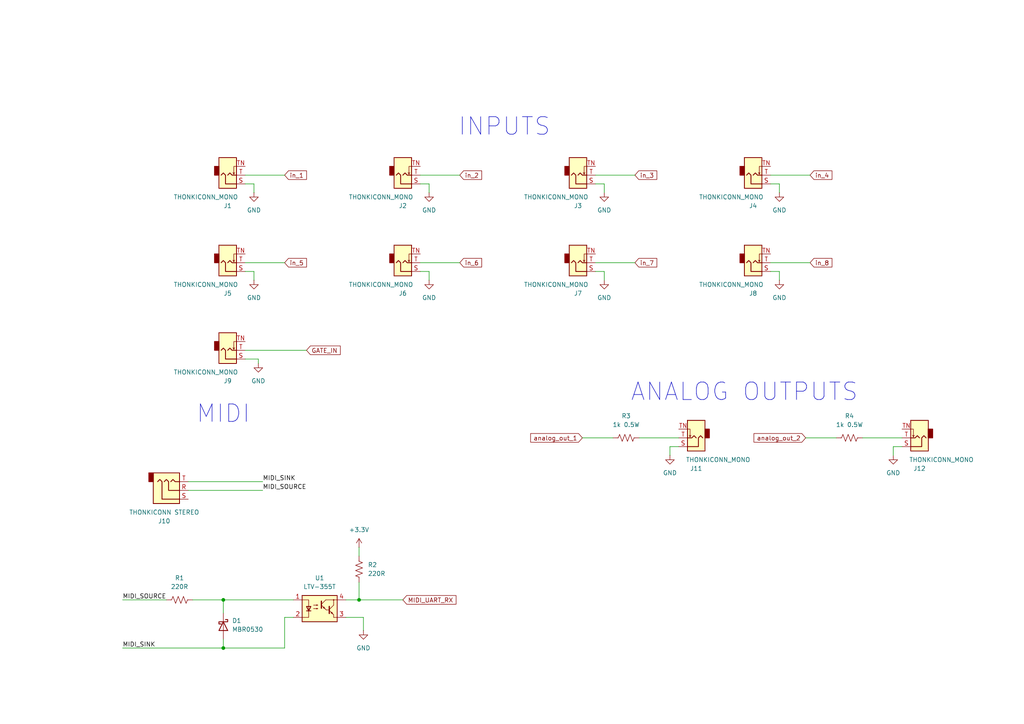
<source format=kicad_sch>
(kicad_sch (version 20250114) (generator "eeschema") (generator_version "9.0")
  (paper "A4")
  (title_block (title "200 Series Synthesis Platform") (date "2025-01-18") (rev "A0") (company "SVG Synthesis"))
  (lib_symbols
    (symbol "0_synthesis_ic:DIODE_MBR0530" (pin_numbers (hide yes)) (pin_names (offset 1.016) (hide yes))
      (property "Reference" "D" (at 0 2.54 0))
      (property "Value" "MBR0530" (at 0 -2.54 0))
      (symbol "DIODE_MBR0530_0_1"
        (polyline (pts (xy -1.905 0.635) (xy -1.905 1.27) (xy -1.27 1.27) (xy -1.27 -1.27) (xy -0.635 -1.27) (xy -0.635 -0.635)) (stroke (width 0.254)))
        (polyline (pts (xy 1.27 1.27) (xy 1.27 -1.27) (xy -1.27 0) (xy 1.27 1.27)) (stroke (width 0.254)))
        (polyline (pts (xy 1.27 0) (xy -1.27 0)))
      )
      (symbol "DIODE_MBR0530_1_1"
        (pin passive line (at -3.81 0 0) (length 2.54) (name "K") (number "1"))
        (pin passive line (at 3.81 0 180) (length 2.54) (name "A") (number "2"))
      )
    )
    (symbol "0_synthesis_ic:OPTOCOUPLER_LTV-355T" (pin_names (offset 1.016))
      (property "Reference" "U" (at -5.334 4.826 0))
      (property "Value" "LTV-355T" (at 0 5.08 0))
      (symbol "OPTOCOUPLER_LTV-355T_0_1"
        (rectangle (start -5.08 3.81) (end 5.08 -3.81) (stroke (width 0.254)) (fill (type background)))
        (polyline (pts (xy -5.08 2.54) (xy -3.175 2.54) (xy -3.175 -0.762)))
        (polyline (pts (xy -3.81 -0.635) (xy -2.54 -0.635)) (stroke (width 0.254)))
        (polyline (pts (xy -3.175 -0.635) (xy -3.175 -2.54) (xy -5.08 -2.54)))
        (polyline (pts (xy -3.175 -0.635) (xy -3.81 0.635) (xy -2.54 0.635) (xy -3.175 -0.635)) (stroke (width 0.254)))
        (polyline (pts (xy -1.778 1.016) (xy -0.508 1.016) (xy -0.889 0.889) (xy -0.889 1.143) (xy -0.508 1.016)))
        (polyline (pts (xy -1.778 0) (xy -0.508 0) (xy -0.889 -0.127) (xy -0.889 0.127) (xy -0.508 0)))
        (polyline (pts (xy 0.508 2.159) (xy 0.508 0.127)) (stroke (width 0.3556)))
        (polyline (pts (xy 0.508 1.27) (xy 1.778 2.54)))
        (polyline (pts (xy 0.508 1.016) (xy 1.905 -0.381)))
        (polyline (pts (xy 1.524 0) (xy 1.27 0.508) (xy 1.016 0.254) (xy 1.524 0)))
        (polyline (pts (xy 1.778 2.54) (xy 5.08 2.54)))
        (polyline (pts (xy 2.794 0.635) (xy 2.794 -1.397) (xy 2.794 -1.397)) (stroke (width 0.3556)))
        (polyline (pts (xy 2.794 -0.254) (xy 4.064 1.016)))
        (polyline (pts (xy 2.794 -0.381) (xy 1.905 -0.381)))
        (polyline (pts (xy 2.794 -0.508) (xy 4.064 -1.778)))
        (polyline (pts (xy 3.81 -1.524) (xy 3.556 -1.016) (xy 3.302 -1.27) (xy 3.81 -1.524)))
        (circle (center 4.064 2.54) (radius 0.127))
        (polyline (pts (xy 4.064 1.016) (xy 4.064 2.54)))
        (polyline (pts (xy 4.064 -1.778) (xy 4.064 -2.54)))
        (polyline (pts (xy 4.064 -2.54) (xy 5.08 -2.54)))
      )
      (symbol "OPTOCOUPLER_LTV-355T_1_1"
        (pin passive line (at -7.62 2.54 0) (length 2.54) (name "~") (number "1"))
        (pin passive line (at -7.62 -2.54 0) (length 2.54) (name "~") (number "2"))
        (pin passive line (at 7.62 2.54 180) (length 2.54) (name "~") (number "4"))
        (pin passive line (at 7.62 -2.54 180) (length 2.54) (name "~") (number "3"))
      )
    )
    (symbol "0_synthesis_other:THONKICONN_MONO"
      (property "Reference" "J" (at 0 8.89 0))
      (property "Value" "THONKICONN_MONO" (at -6.35 6.35 0))
      (symbol "THONKICONN_MONO_0_1"
        (rectangle (start -2.54 3.81) (end 2.54 -5.08) (stroke (width 0.254)) (fill (type background)))
        (rectangle (start -2.54 0) (end -3.81 -2.54) (stroke (width 0.254)) (fill (type outline)))
        (polyline (pts (xy 0 0) (xy 0.635 -0.635) (xy 1.27 0) (xy 2.54 0)) (stroke (width 0.254)))
        (polyline (pts (xy 1.778 -0.254) (xy 2.032 -0.762)))
        (polyline (pts (xy 2.54 2.54) (xy -0.635 2.54) (xy -0.635 0) (xy -1.27 -0.635) (xy -1.905 0)) (stroke (width 0.254)))
        (polyline (pts (xy 2.54 -2.54) (xy 1.778 -2.54) (xy 1.778 -0.254) (xy 1.524 -0.762)))
      )
      (symbol "THONKICONN_MONO_1_1"
        (pin passive line (at 5.08 2.54 180) (length 2.54) (name "~") (number "S"))
        (pin passive line (at 5.08 0 180) (length 2.54) (name "~") (number "T"))
        (pin passive line (at 5.08 -2.54 180) (length 2.54) (name "~") (number "TN"))
      )
    )
    (symbol "0_synthesis_other:THONKICONN_STEREO"
      (property "Reference" "J" (at 0 8.89 0))
      (property "Value" "THONKICONN STEREO" (at 0 6.35 0))
      (symbol "THONKICONN_STEREO_0_1"
        (rectangle (start -5.08 -5.08) (end -6.35 -2.54) (stroke (width 0.254)) (fill (type outline)))
        (polyline (pts (xy -1.905 -2.54) (xy -1.27 -3.175) (xy -0.635 -2.54) (xy -0.635 0) (xy 2.54 0)) (stroke (width 0.254)))
        (polyline (pts (xy 0 -2.54) (xy 0.635 -3.175) (xy 1.27 -2.54) (xy 2.54 -2.54)) (stroke (width 0.254)))
        (rectangle (start 2.54 3.81) (end -5.08 -5.08) (stroke (width 0.254)) (fill (type background)))
        (polyline (pts (xy 2.54 2.54) (xy -2.54 2.54) (xy -2.54 -2.54) (xy -3.175 -3.175) (xy -3.81 -2.54)) (stroke (width 0.254)))
      )
      (symbol "THONKICONN_STEREO_1_1"
        (pin passive line (at 5.08 2.54 180) (length 2.54) (name "~") (number "S"))
        (pin passive line (at 5.08 0 180) (length 2.54) (name "~") (number "R"))
        (pin passive line (at 5.08 -2.54 180) (length 2.54) (name "~") (number "T"))
      )
    )
    (symbol "0_synthesis_passives:RES_1K_1210_0.5W" (pin_numbers (hide yes)) (pin_names (offset 0))
      (property "Reference" "R" (at 2.54 0 90))
      (property "Value" "1k 0.5W" (at -2.54 0 90))
      (symbol "RES_1K_1210_0.5W_0_1"
        (polyline (pts (xy 0 2.286) (xy 0 2.54)))
        (polyline (pts (xy 0 2.286) (xy 1.016 1.905) (xy 0 1.524) (xy -1.016 1.143) (xy 0 0.762)))
        (polyline (pts (xy 0 0.762) (xy 1.016 0.381) (xy 0 0) (xy -1.016 -0.381) (xy 0 -0.762)))
        (polyline (pts (xy 0 -0.762) (xy 1.016 -1.143) (xy 0 -1.524) (xy -1.016 -1.905) (xy 0 -2.286)))
        (polyline (pts (xy 0 -2.286) (xy 0 -2.54)))
      )
      (symbol "RES_1K_1210_0.5W_1_1"
        (pin passive line (at 0 3.81 270) (length 1.27) (name "~") (number "1"))
        (pin passive line (at 0 -3.81 90) (length 1.27) (name "~") (number "2"))
      )
    )
    (symbol "0_synthesis_passives:RES_220R_0603" (pin_numbers (hide yes)) (pin_names (offset 0))
      (property "Reference" "R" (at 2.54 0 90))
      (property "Value" "220R" (at -2.54 0 90))
      (symbol "RES_220R_0603_0_1"
        (polyline (pts (xy 0 2.286) (xy 0 2.54)))
        (polyline (pts (xy 0 2.286) (xy 1.016 1.905) (xy 0 1.524) (xy -1.016 1.143) (xy 0 0.762)))
        (polyline (pts (xy 0 0.762) (xy 1.016 0.381) (xy 0 0) (xy -1.016 -0.381) (xy 0 -0.762)))
        (polyline (pts (xy 0 -0.762) (xy 1.016 -1.143) (xy 0 -1.524) (xy -1.016 -1.905) (xy 0 -2.286)))
        (polyline (pts (xy 0 -2.286) (xy 0 -2.54)))
      )
      (symbol "RES_220R_0603_1_1"
        (pin passive line (at 0 3.81 270) (length 1.27) (name "~") (number "1"))
        (pin passive line (at 0 -3.81 90) (length 1.27) (name "~") (number "2"))
      )
    )
    (symbol "power:+3.3V" (power) (pin_numbers (hide yes)) (pin_names (offset 0) (hide yes))
      (property "Value" "+3.3V" (at 0 3.556 0))
      (symbol "+3.3V_0_1"
        (polyline (pts (xy -0.762 1.27) (xy 0 2.54)))
        (polyline (pts (xy 0 2.54) (xy 0.762 1.27)))
        (polyline (pts (xy 0 0) (xy 0 2.54)))
      )
      (symbol "+3.3V_1_1"
        (pin power_in line (at 0 0 90) (length 0) (name "~") (number "1"))
      )
    )
    (symbol "power:GND" (power) (pin_numbers (hide yes)) (pin_names (offset 0) (hide yes))
      (property "Value" "GND" (at 0 -3.81 0))
      (symbol "GND_0_1"
        (polyline (pts (xy 0 0) (xy 0 -1.27) (xy 1.27 -1.27) (xy 0 -2.54) (xy -1.27 -1.27) (xy 0 -1.27)))
      )
      (symbol "GND_1_1"
        (pin power_in line (at 0 0 270) (length 0) (name "~") (number "1"))
      )
    )
  )
  (text "INPUTS" (at 146.304 36.83 0) (effects (font (size 5.08 5.08))))
  (text "ANALOG OUTPUTS" (at 215.9 113.792 0) (effects (font (size 5.08 5.08))))
  (text "MIDI" (at 64.77 120.142 0) (effects (font (size 5.08 5.08))))
  (junction (at 104.14 173.99))
  (junction (at 64.77 173.99))
  (junction (at 64.77 187.96))
  (wire (pts (xy 82.55 187.96) (xy 64.77 187.96)))
  (wire (pts (xy 121.92 76.2) (xy 133.35 76.2)))
  (wire (pts (xy 35.56 187.96) (xy 64.77 187.96)))
  (wire (pts (xy 71.12 104.14) (xy 74.93 104.14)))
  (wire (pts (xy 74.93 104.14) (xy 74.93 105.41)))
  (wire (pts (xy 73.66 53.34) (xy 73.66 55.88)))
  (wire (pts (xy 226.06 78.74) (xy 226.06 81.28)))
  (wire (pts (xy 172.72 53.34) (xy 175.26 53.34)))
  (wire (pts (xy 233.68 127) (xy 242.57 127)))
  (wire (pts (xy 71.12 78.74) (xy 73.66 78.74)))
  (wire (pts (xy 64.77 187.96) (xy 64.77 185.42)))
  (wire (pts (xy 121.92 50.8) (xy 133.35 50.8)))
  (wire (pts (xy 172.72 78.74) (xy 175.26 78.74)))
  (wire (pts (xy 105.41 179.07) (xy 105.41 182.88)))
  (wire (pts (xy 250.19 127) (xy 261.62 127)))
  (wire (pts (xy 194.31 129.54) (xy 194.31 132.08)))
  (wire (pts (xy 168.91 127) (xy 177.8 127)))
  (wire (pts (xy 100.33 179.07) (xy 105.41 179.07)))
  (wire (pts (xy 175.26 78.74) (xy 175.26 81.28)))
  (wire (pts (xy 71.12 76.2) (xy 82.55 76.2)))
  (wire (pts (xy 104.14 158.75) (xy 104.14 161.29)))
  (wire (pts (xy 261.62 129.54) (xy 259.08 129.54)))
  (wire (pts (xy 172.72 76.2) (xy 184.15 76.2)))
  (wire (pts (xy 104.14 168.91) (xy 104.14 173.99)))
  (wire (pts (xy 82.55 179.07) (xy 82.55 187.96)))
  (wire (pts (xy 104.14 173.99) (xy 100.33 173.99)))
  (wire (pts (xy 185.42 127) (xy 196.85 127)))
  (wire (pts (xy 85.09 179.07) (xy 82.55 179.07)))
  (wire (pts (xy 124.46 53.34) (xy 124.46 55.88)))
  (wire (pts (xy 223.52 50.8) (xy 234.95 50.8)))
  (wire (pts (xy 259.08 129.54) (xy 259.08 132.08)))
  (wire (pts (xy 223.52 76.2) (xy 234.95 76.2)))
  (wire (pts (xy 71.12 50.8) (xy 82.55 50.8)))
  (wire (pts (xy 71.12 53.34) (xy 73.66 53.34)))
  (wire (pts (xy 223.52 78.74) (xy 226.06 78.74)))
  (wire (pts (xy 54.61 139.7) (xy 76.2 139.7)))
  (wire (pts (xy 196.85 129.54) (xy 194.31 129.54)))
  (wire (pts (xy 124.46 78.74) (xy 124.46 81.28)))
  (wire (pts (xy 55.88 173.99) (xy 64.77 173.99)))
  (wire (pts (xy 35.56 173.99) (xy 48.26 173.99)))
  (wire (pts (xy 121.92 53.34) (xy 124.46 53.34)))
  (wire (pts (xy 172.72 50.8) (xy 184.15 50.8)))
  (wire (pts (xy 104.14 173.99) (xy 116.84 173.99)))
  (wire (pts (xy 64.77 173.99) (xy 64.77 177.8)))
  (wire (pts (xy 223.52 53.34) (xy 226.06 53.34)))
  (wire (pts (xy 73.66 78.74) (xy 73.66 81.28)))
  (wire (pts (xy 121.92 78.74) (xy 124.46 78.74)))
  (wire (pts (xy 226.06 53.34) (xy 226.06 55.88)))
  (wire (pts (xy 71.12 101.6) (xy 88.9 101.6)))
  (wire (pts (xy 175.26 53.34) (xy 175.26 55.88)))
  (wire (pts (xy 54.61 142.24) (xy 76.2 142.24)))
  (wire (pts (xy 64.77 173.99) (xy 85.09 173.99)))
  (label "MIDI_SOURCE" (at 35.56 173.99 0))
  (label "MIDI_SINK" (at 35.56 187.96 0))
  (label "MIDI_SINK" (at 76.2 139.7 0))
  (label "MIDI_SOURCE" (at 76.2 142.24 0))
  (global_label "in_6" (shape input) (at 133.35 76.2 0) (property "Intersheetrefs" "${INTERSHEET_REFS}" (effects (hide yes))))
  (global_label "in_8" (shape input) (at 234.95 76.2 0) (property "Intersheetrefs" "${INTERSHEET_REFS}" (effects (hide yes))))
  (global_label "in_2" (shape input) (at 133.35 50.8 0) (property "Intersheetrefs" "${INTERSHEET_REFS}" (effects (hide yes))))
  (global_label "MIDI_UART_RX" (shape input) (at 116.84 173.99 0) (property "Intersheetrefs" "${INTERSHEET_REFS}" (effects (hide yes))))
  (global_label "GATE_IN" (shape input) (at 88.9 101.6 0) (property "Intersheetrefs" "${INTERSHEET_REFS}" (effects (hide yes))))
  (global_label "in_3" (shape input) (at 184.15 50.8 0) (property "Intersheetrefs" "${INTERSHEET_REFS}" (effects (hide yes))))
  (global_label "analog_out_1" (shape input) (at 168.91 127 180) (property "Intersheetrefs" "${INTERSHEET_REFS}" (effects (hide yes))))
  (global_label "in_4" (shape input) (at 234.95 50.8 0) (property "Intersheetrefs" "${INTERSHEET_REFS}" (effects (hide yes))))
  (global_label "analog_out_2" (shape input) (at 233.68 127 180) (property "Intersheetrefs" "${INTERSHEET_REFS}" (effects (hide yes))))
  (global_label "in_7" (shape input) (at 184.15 76.2 0) (property "Intersheetrefs" "${INTERSHEET_REFS}" (effects (hide yes))))
  (global_label "in_1" (shape input) (at 82.55 50.8 0) (property "Intersheetrefs" "${INTERSHEET_REFS}" (effects (hide yes))))
  (global_label "in_5" (shape input) (at 82.55 76.2 0) (property "Intersheetrefs" "${INTERSHEET_REFS}" (effects (hide yes))))
  (symbol (lib_id "power:GND") (at 259.08 132.08 0) (mirror y) (unit 1)
    (property "Reference" "#PWR029" (effects (hide yes)))
    (property "Value" "GND" (at 259.08 137.16 0))
    (property "Description" "Power symbol creates a global label with name \"GND\" , ground" (effects (hide yes)))
  )
  (symbol (lib_id "power:GND") (at 124.46 81.28 0) (unit 1)
    (property "Reference" "#PWR023" (effects (hide yes)))
    (property "Value" "GND" (at 124.46 86.36 0))
    (property "Description" "Power symbol creates a global label with name \"GND\" , ground" (effects (hide yes)))
  )
  (symbol (lib_id "0_synthesis_other:THONKICONN_STEREO") (at 49.53 142.24 0) (mirror x) (unit 1)
    (property "Reference" "J10" (at 47.625 151.13 0))
    (property "Value" "THONKICONN STEREO" (at 47.625 148.59 0))
    (property "Footprint" "0_synthesis_tht:JACK_THONKICONN_STEREO_WQP419GR" (effects (hide yes)))
    (property "Description" "STEREO TRS JACK" (effects (hide yes)))
    (property "MFR" "QING PU" (effects (hide yes)))
    (property "MPN" "WQP419GR" (effects (hide yes)))
    (property "LCSC" "C9900079203" (effects (hide yes)))
  )
  (symbol (lib_id "0_synthesis_passives:RES_1K_1210_0.5W") (at 181.61 127 90) (unit 1)
    (property "Reference" "R3" (at 181.61 120.65 90))
    (property "Value" "1k 0.5W" (at 181.61 123.19 90))
    (property "Footprint" "0_synthesis_smt:R_1210_3225Metric" (effects (hide yes)))
    (property "Description" "RES 1K OHM 1% 1/2W 1210" (effects (hide yes)))
    (property "MFR" "YAGEO" (effects (hide yes)))
    (property "MPN" "RC1210FR-071KL" (effects (hide yes)))
    (property "LCSC" "C83144" (effects (hide yes)))
  )
  (symbol (lib_id "power:GND") (at 226.06 55.88 0) (unit 1)
    (property "Reference" "#PWR027" (effects (hide yes)))
    (property "Value" "GND" (at 226.06 60.96 0))
    (property "Description" "Power symbol creates a global label with name \"GND\" , ground" (effects (hide yes)))
  )
  (symbol (lib_id "power:GND") (at 175.26 81.28 0) (unit 1)
    (property "Reference" "#PWR025" (effects (hide yes)))
    (property "Value" "GND" (at 175.26 86.36 0))
    (property "Description" "Power symbol creates a global label with name \"GND\" , ground" (effects (hide yes)))
  )
  (symbol (lib_id "0_synthesis_ic:OPTOCOUPLER_LTV-355T") (at 92.71 176.53 0) (unit 1)
    (property "Reference" "U1" (at 92.71 167.64 0))
    (property "Value" "LTV-355T" (at 92.71 170.18 0))
    (property "Footprint" "0_synthesis_smt:SO-4_4.4x3.6mm_P2.54mm" (effects (hide yes)))
    (property "Datasheet" "http://optoelectronics.liteon.com/upload/download/DS70-2001-006/S_110_LTV-355T%2020140520.pdf" (effects (hide yes)))
    (property "Description" "OPTOISO 3.75KV DARLINGTON 4SOP" (effects (hide yes)))
    (property "MFR" "LITE-ON" (effects (hide yes)))
    (property "MPN" "LTV-355T" (effects (hide yes)))
    (property "LCSC" "C10803" (effects (hide yes)))
  )
  (symbol (lib_id "0_synthesis_other:THONKICONN_MONO") (at 116.84 50.8 0) (mirror x) (unit 1)
    (property "Reference" "J2" (at 116.84 59.69 0))
    (property "Value" "THONKICONN_MONO" (at 110.49 57.15 0))
    (property "Footprint" "0_synthesis_tht:JACK_THONKICONN_MONO_WQP518MA" (effects (hide yes)))
    (property "Description" "MONO SWITCHABLE TRS JACK" (effects (hide yes)))
    (property "MFR" "QINGPU" (effects (hide yes)))
    (property "MPN" "WQP518MA" (effects (hide yes)))
  )
  (symbol (lib_id "power:GND") (at 194.31 132.08 0) (mirror y) (unit 1)
    (property "Reference" "#PWR026" (effects (hide yes)))
    (property "Value" "GND" (at 194.31 137.16 0))
    (property "Description" "Power symbol creates a global label with name \"GND\" , ground" (effects (hide yes)))
  )
  (symbol (lib_id "0_synthesis_other:THONKICONN_MONO") (at 167.64 76.2 0) (mirror x) (unit 1)
    (property "Reference" "J7" (at 167.64 85.09 0))
    (property "Value" "THONKICONN_MONO" (at 161.29 82.55 0))
    (property "Footprint" "0_synthesis_tht:JACK_THONKICONN_MONO_WQP518MA" (effects (hide yes)))
    (property "Description" "MONO SWITCHABLE TRS JACK" (effects (hide yes)))
    (property "MFR" "QINGPU" (effects (hide yes)))
    (property "MPN" "WQP518MA" (effects (hide yes)))
  )
  (symbol (lib_id "power:GND") (at 124.46 55.88 0) (unit 1)
    (property "Reference" "#PWR022" (effects (hide yes)))
    (property "Value" "GND" (at 124.46 60.96 0))
    (property "Description" "Power symbol creates a global label with name \"GND\" , ground" (effects (hide yes)))
  )
  (symbol (lib_id "0_synthesis_other:THONKICONN_MONO") (at 66.04 50.8 0) (mirror x) (unit 1)
    (property "Reference" "J1" (at 66.04 59.69 0))
    (property "Value" "THONKICONN_MONO" (at 59.69 57.15 0))
    (property "Footprint" "0_synthesis_tht:JACK_THONKICONN_MONO_WQP518MA" (effects (hide yes)))
    (property "Description" "MONO SWITCHABLE TRS JACK" (effects (hide yes)))
    (property "MFR" "QINGPU" (effects (hide yes)))
    (property "MPN" "WQP518MA" (effects (hide yes)))
  )
  (symbol (lib_id "power:GND") (at 73.66 55.88 0) (unit 1)
    (property "Reference" "#PWR017" (effects (hide yes)))
    (property "Value" "GND" (at 73.66 60.96 0))
    (property "Description" "Power symbol creates a global label with name \"GND\" , ground" (effects (hide yes)))
  )
  (symbol (lib_id "0_synthesis_other:THONKICONN_MONO") (at 66.04 101.6 0) (mirror x) (unit 1)
    (property "Reference" "J9" (at 66.04 110.49 0))
    (property "Value" "THONKICONN_MONO" (at 59.69 107.95 0))
    (property "Footprint" "0_synthesis_tht:JACK_THONKICONN_MONO_WQP518MA" (effects (hide yes)))
    (property "Description" "MONO SWITCHABLE TRS JACK" (effects (hide yes)))
    (property "MFR" "QINGPU" (effects (hide yes)))
    (property "MPN" "WQP518MA" (effects (hide yes)))
  )
  (symbol (lib_id "0_synthesis_other:THONKICONN_MONO") (at 116.84 76.2 0) (mirror x) (unit 1)
    (property "Reference" "J6" (at 116.84 85.09 0))
    (property "Value" "THONKICONN_MONO" (at 110.49 82.55 0))
    (property "Footprint" "0_synthesis_tht:JACK_THONKICONN_MONO_WQP518MA" (effects (hide yes)))
    (property "Description" "MONO SWITCHABLE TRS JACK" (effects (hide yes)))
    (property "MFR" "QINGPU" (effects (hide yes)))
    (property "MPN" "WQP518MA" (effects (hide yes)))
  )
  (symbol (lib_id "power:GND") (at 105.41 182.88 0) (unit 1)
    (property "Reference" "#PWR021" (effects (hide yes)))
    (property "Value" "GND" (at 105.41 187.96 0))
    (property "Description" "Power symbol creates a global label with name \"GND\" , ground" (effects (hide yes)))
  )
  (symbol (lib_id "power:GND") (at 226.06 81.28 0) (unit 1)
    (property "Reference" "#PWR028" (effects (hide yes)))
    (property "Value" "GND" (at 226.06 86.36 0))
    (property "Description" "Power symbol creates a global label with name \"GND\" , ground" (effects (hide yes)))
  )
  (symbol (lib_id "0_synthesis_other:THONKICONN_MONO") (at 167.64 50.8 0) (mirror x) (unit 1)
    (property "Reference" "J3" (at 167.64 59.69 0))
    (property "Value" "THONKICONN_MONO" (at 161.29 57.15 0))
    (property "Footprint" "0_synthesis_tht:JACK_THONKICONN_MONO_WQP518MA" (effects (hide yes)))
    (property "Description" "MONO SWITCHABLE TRS JACK" (effects (hide yes)))
    (property "MFR" "QINGPU" (effects (hide yes)))
    (property "MPN" "WQP518MA" (effects (hide yes)))
  )
  (symbol (lib_id "power:+3.3V") (at 104.14 158.75 0) (unit 1)
    (property "Reference" "#PWR020" (effects (hide yes)))
    (property "Value" "+3.3V" (at 104.14 153.67 0))
    (property "Description" "Power symbol creates a global label with name \"+3.3V\"" (effects (hide yes)))
  )
  (symbol (lib_id "0_synthesis_passives:RES_220R_0603") (at 104.14 165.1 180) (unit 1)
    (property "Reference" "R2" (at 106.68 163.8299 0) (effects (justify right)))
    (property "Value" "220R" (at 106.68 166.3699 0) (effects (justify right)))
    (property "Footprint" "0_synthesis_smt:R_0603_1608Metric" (effects (hide yes)))
    (property "Description" "RES 220R OHM 1% 1/10W 0603" (effects (hide yes)))
    (property "MFR" "YAGEO" (effects (hide yes)))
    (property "MPN" "RC0603FR-07220RL" (effects (hide yes)))
    (property "LCSC" "C107696" (effects (hide yes)))
  )
  (symbol (lib_id "power:GND") (at 74.93 105.41 0) (mirror y) (unit 1)
    (property "Reference" "#PWR019" (effects (hide yes)))
    (property "Value" "GND" (at 74.93 110.49 0))
    (property "Description" "Power symbol creates a global label with name \"GND\" , ground" (effects (hide yes)))
  )
  (symbol (lib_id "0_synthesis_other:THONKICONN_MONO") (at 218.44 50.8 0) (mirror x) (unit 1)
    (property "Reference" "J4" (at 218.44 59.69 0))
    (property "Value" "THONKICONN_MONO" (at 212.09 57.15 0))
    (property "Footprint" "0_synthesis_tht:JACK_THONKICONN_MONO_WQP518MA" (effects (hide yes)))
    (property "Description" "MONO SWITCHABLE TRS JACK" (effects (hide yes)))
    (property "MFR" "QINGPU" (effects (hide yes)))
    (property "MPN" "WQP518MA" (effects (hide yes)))
  )
  (symbol (lib_id "power:GND") (at 175.26 55.88 0) (unit 1)
    (property "Reference" "#PWR024" (effects (hide yes)))
    (property "Value" "GND" (at 175.26 60.96 0))
    (property "Description" "Power symbol creates a global label with name \"GND\" , ground" (effects (hide yes)))
  )
  (symbol (lib_id "0_synthesis_other:THONKICONN_MONO") (at 201.93 127 180) (unit 1)
    (property "Reference" "J11" (at 201.93 135.89 0))
    (property "Value" "THONKICONN_MONO" (at 208.28 133.35 0))
    (property "Footprint" "0_synthesis_tht:JACK_THONKICONN_MONO_WQP518MA" (effects (hide yes)))
    (property "Description" "MONO SWITCHABLE TRS JACK" (effects (hide yes)))
    (property "MFR" "QINGPU" (effects (hide yes)))
    (property "MPN" "WQP518MA" (effects (hide yes)))
  )
  (symbol (lib_id "power:GND") (at 73.66 81.28 0) (unit 1)
    (property "Reference" "#PWR018" (effects (hide yes)))
    (property "Value" "GND" (at 73.66 86.36 0))
    (property "Description" "Power symbol creates a global label with name \"GND\" , ground" (effects (hide yes)))
  )
  (symbol (lib_id "0_synthesis_passives:RES_220R_0603") (at 52.07 173.99 90) (unit 1)
    (property "Reference" "R1" (at 52.07 167.64 90))
    (property "Value" "220R" (at 52.07 170.18 90))
    (property "Footprint" "0_synthesis_smt:R_0603_1608Metric" (effects (hide yes)))
    (property "Description" "RES 220R OHM 1% 1/10W 0603" (effects (hide yes)))
    (property "MFR" "YAGEO" (effects (hide yes)))
    (property "MPN" "RC0603FR-07220RL" (effects (hide yes)))
    (property "LCSC" "C107696" (effects (hide yes)))
  )
  (symbol (lib_id "0_synthesis_other:THONKICONN_MONO") (at 266.7 127 180) (unit 1)
    (property "Reference" "J12" (at 266.7 135.89 0))
    (property "Value" "THONKICONN_MONO" (at 273.05 133.35 0))
    (property "Footprint" "0_synthesis_tht:JACK_THONKICONN_MONO_WQP518MA" (effects (hide yes)))
    (property "Description" "MONO SWITCHABLE TRS JACK" (effects (hide yes)))
    (property "MFR" "QINGPU" (effects (hide yes)))
    (property "MPN" "WQP518MA" (effects (hide yes)))
  )
  (symbol (lib_id "0_synthesis_ic:DIODE_MBR0530") (at 64.77 181.61 270) (unit 1)
    (property "Reference" "D1" (at 67.31 180.0224 90) (effects (justify left)))
    (property "Value" "MBR0530" (at 67.31 182.5624 90) (effects (justify left)))
    (property "Footprint" "0_synthesis_smt:D_SOD-123" (effects (hide yes)))
    (property "Description" "DIODE SCHOTTKY 30V 500MA SOD123" (effects (hide yes)))
    (property "MFR" "ONSEMI" (effects (hide yes)))
    (property "MPN" "MBR0530T1G" (effects (hide yes)))
    (property "LCSC" "C82046" (effects (hide yes)))
  )
  (symbol (lib_id "0_synthesis_other:THONKICONN_MONO") (at 66.04 76.2 0) (mirror x) (unit 1)
    (property "Reference" "J5" (at 66.04 85.09 0))
    (property "Value" "THONKICONN_MONO" (at 59.69 82.55 0))
    (property "Footprint" "0_synthesis_tht:JACK_THONKICONN_MONO_WQP518MA" (effects (hide yes)))
    (property "Description" "MONO SWITCHABLE TRS JACK" (effects (hide yes)))
    (property "MFR" "QINGPU" (effects (hide yes)))
    (property "MPN" "WQP518MA" (effects (hide yes)))
  )
  (symbol (lib_id "0_synthesis_other:THONKICONN_MONO") (at 218.44 76.2 0) (mirror x) (unit 1)
    (property "Reference" "J8" (at 218.44 85.09 0))
    (property "Value" "THONKICONN_MONO" (at 212.09 82.55 0))
    (property "Footprint" "0_synthesis_tht:JACK_THONKICONN_MONO_WQP518MA" (effects (hide yes)))
    (property "Description" "MONO SWITCHABLE TRS JACK" (effects (hide yes)))
    (property "MFR" "QINGPU" (effects (hide yes)))
    (property "MPN" "WQP518MA" (effects (hide yes)))
  )
  (symbol (lib_id "0_synthesis_passives:RES_1K_1210_0.5W") (at 246.38 127 90) (unit 1)
    (property "Reference" "R4" (at 246.38 120.65 90))
    (property "Value" "1k 0.5W" (at 246.38 123.19 90))
    (property "Footprint" "0_synthesis_smt:R_1210_3225Metric" (effects (hide yes)))
    (property "Description" "RES 1K OHM 1% 1/2W 1210" (effects (hide yes)))
    (property "MFR" "YAGEO" (effects (hide yes)))
    (property "MPN" "RC1210FR-071KL" (effects (hide yes)))
    (property "LCSC" "C83144" (effects (hide yes)))
  )
)
</source>
